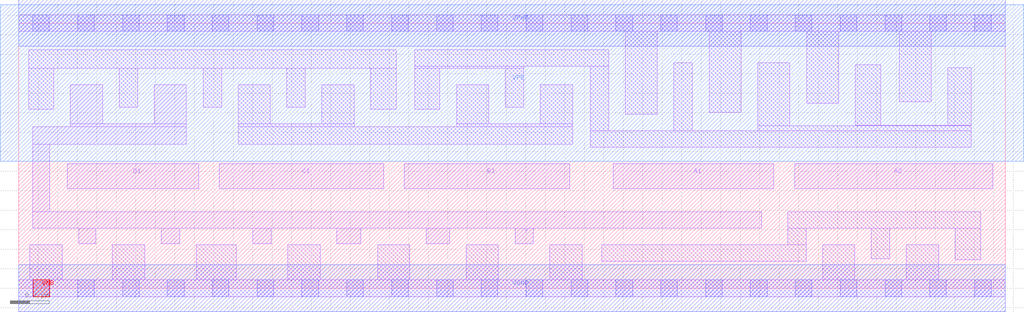
<source format=lef>
# Copyright 2020 The SkyWater PDK Authors
#
# Licensed under the Apache License, Version 2.0 (the "License");
# you may not use this file except in compliance with the License.
# You may obtain a copy of the License at
#
#     https://www.apache.org/licenses/LICENSE-2.0
#
# Unless required by applicable law or agreed to in writing, software
# distributed under the License is distributed on an "AS IS" BASIS,
# WITHOUT WARRANTIES OR CONDITIONS OF ANY KIND, either express or implied.
# See the License for the specific language governing permissions and
# limitations under the License.
#
# SPDX-License-Identifier: Apache-2.0

VERSION 5.7 ;
  NOWIREEXTENSIONATPIN ON ;
  DIVIDERCHAR "/" ;
  BUSBITCHARS "[]" ;
MACRO sky130_fd_sc_hd__a2111oi_4
  CLASS CORE ;
  FOREIGN sky130_fd_sc_hd__a2111oi_4 ;
  ORIGIN  0.000000  0.000000 ;
  SIZE  10.12000 BY  2.720000 ;
  SYMMETRY X Y R90 ;
  SITE unithd ;
  PIN A1
    ANTENNAGATEAREA  0.990000 ;
    DIRECTION INPUT ;
    USE SIGNAL ;
    PORT
      LAYER li1 ;
        RECT 6.095000 1.020000 7.745000 1.275000 ;
    END
  END A1
  PIN A2
    ANTENNAGATEAREA  0.990000 ;
    DIRECTION INPUT ;
    USE SIGNAL ;
    PORT
      LAYER li1 ;
        RECT 7.960000 1.020000 9.990000 1.275000 ;
    END
  END A2
  PIN B1
    ANTENNAGATEAREA  0.990000 ;
    DIRECTION INPUT ;
    USE SIGNAL ;
    PORT
      LAYER li1 ;
        RECT 3.955000 1.020000 5.650000 1.275000 ;
    END
  END B1
  PIN C1
    ANTENNAGATEAREA  0.990000 ;
    DIRECTION INPUT ;
    USE SIGNAL ;
    PORT
      LAYER li1 ;
        RECT 2.055000 1.020000 3.745000 1.275000 ;
    END
  END C1
  PIN D1
    ANTENNAGATEAREA  0.990000 ;
    DIRECTION INPUT ;
    USE SIGNAL ;
    PORT
      LAYER li1 ;
        RECT 0.495000 1.020000 1.845000 1.275000 ;
    END
  END D1
  PIN Y
    ANTENNADIFFAREA  2.009500 ;
    DIRECTION OUTPUT ;
    USE SIGNAL ;
    PORT
      LAYER li1 ;
        RECT 0.145000 0.615000 7.620000 0.785000 ;
        RECT 0.145000 0.785000 0.320000 1.475000 ;
        RECT 0.145000 1.475000 1.720000 1.655000 ;
        RECT 0.530000 1.655000 1.720000 1.685000 ;
        RECT 0.530000 1.685000 0.860000 2.085000 ;
        RECT 0.615000 0.455000 0.790000 0.615000 ;
        RECT 1.390000 1.685000 1.720000 2.085000 ;
        RECT 1.460000 0.455000 1.650000 0.615000 ;
        RECT 2.400000 0.455000 2.590000 0.615000 ;
        RECT 3.260000 0.455000 3.510000 0.615000 ;
        RECT 4.180000 0.455000 4.420000 0.615000 ;
        RECT 5.090000 0.455000 5.275000 0.615000 ;
    END
  END Y
  PIN VGND
    DIRECTION INOUT ;
    SHAPE ABUTMENT ;
    USE GROUND ;
    PORT
      LAYER met1 ;
        RECT 0.000000 -0.240000 10.120000 0.240000 ;
    END
  END VGND
  PIN VNB
    DIRECTION INOUT ;
    USE GROUND ;
    PORT
      LAYER pwell ;
        RECT 0.150000 -0.085000 0.320000 0.085000 ;
    END
  END VNB
  PIN VPB
    DIRECTION INOUT ;
    USE POWER ;
    PORT
      LAYER nwell ;
        RECT -0.190000 1.305000 10.310000 2.910000 ;
    END
  END VPB
  PIN VPWR
    DIRECTION INOUT ;
    SHAPE ABUTMENT ;
    USE POWER ;
    PORT
      LAYER met1 ;
        RECT 0.000000 2.480000 10.120000 2.960000 ;
    END
  END VPWR
  OBS
    LAYER li1 ;
      RECT 0.000000 -0.085000 10.120000 0.085000 ;
      RECT 0.000000  2.635000 10.120000 2.805000 ;
      RECT 0.100000  1.835000  0.360000 2.255000 ;
      RECT 0.100000  2.255000  3.870000 2.445000 ;
      RECT 0.115000  0.085000  0.445000 0.445000 ;
      RECT 0.960000  0.085000  1.290000 0.445000 ;
      RECT 1.030000  1.855000  1.220000 2.255000 ;
      RECT 1.820000  0.085000  2.230000 0.445000 ;
      RECT 1.890000  1.855000  2.080000 2.255000 ;
      RECT 2.250000  1.475000  5.680000 1.655000 ;
      RECT 2.250000  1.655000  3.440000 1.685000 ;
      RECT 2.250000  1.685000  2.580000 2.085000 ;
      RECT 2.750000  1.855000  2.940000 2.255000 ;
      RECT 2.760000  0.085000  3.090000 0.445000 ;
      RECT 3.110000  1.685000  3.440000 2.085000 ;
      RECT 3.610000  1.835000  3.870000 2.255000 ;
      RECT 3.680000  0.085000  4.010000 0.445000 ;
      RECT 4.060000  1.835000  4.320000 2.255000 ;
      RECT 4.060000  2.255000  5.180000 2.275000 ;
      RECT 4.060000  2.275000  6.050000 2.445000 ;
      RECT 4.490000  1.655000  5.680000 1.685000 ;
      RECT 4.490000  1.685000  4.820000 2.085000 ;
      RECT 4.590000  0.085000  4.920000 0.445000 ;
      RECT 4.990000  1.855000  5.180000 2.255000 ;
      RECT 5.350000  1.685000  5.680000 2.085000 ;
      RECT 5.445000  0.085000  5.780000 0.445000 ;
      RECT 5.860000  1.445000  9.770000 1.615000 ;
      RECT 5.860000  1.615000  6.050000 2.275000 ;
      RECT 5.980000  0.275000  8.075000 0.445000 ;
      RECT 6.220000  1.785000  6.550000 2.635000 ;
      RECT 6.720000  1.615000  6.910000 2.315000 ;
      RECT 7.080000  1.805000  7.410000 2.635000 ;
      RECT 7.580000  1.615000  9.770000 1.665000 ;
      RECT 7.580000  1.665000  7.910000 2.315000 ;
      RECT 7.885000  0.445000  8.075000 0.615000 ;
      RECT 7.885000  0.615000  9.865000 0.785000 ;
      RECT 8.080000  1.895000  8.410000 2.635000 ;
      RECT 8.245000  0.085000  8.575000 0.445000 ;
      RECT 8.580000  1.665000  9.770000 1.670000 ;
      RECT 8.580000  1.670000  8.840000 2.290000 ;
      RECT 8.745000  0.300000  8.935000 0.615000 ;
      RECT 9.030000  1.915000  9.360000 2.635000 ;
      RECT 9.105000  0.085000  9.435000 0.445000 ;
      RECT 9.530000  1.670000  9.770000 2.260000 ;
      RECT 9.605000  0.290000  9.865000 0.615000 ;
    LAYER mcon ;
      RECT 0.145000 -0.085000 0.315000 0.085000 ;
      RECT 0.145000  2.635000 0.315000 2.805000 ;
      RECT 0.605000 -0.085000 0.775000 0.085000 ;
      RECT 0.605000  2.635000 0.775000 2.805000 ;
      RECT 1.065000 -0.085000 1.235000 0.085000 ;
      RECT 1.065000  2.635000 1.235000 2.805000 ;
      RECT 1.525000 -0.085000 1.695000 0.085000 ;
      RECT 1.525000  2.635000 1.695000 2.805000 ;
      RECT 1.985000 -0.085000 2.155000 0.085000 ;
      RECT 1.985000  2.635000 2.155000 2.805000 ;
      RECT 2.445000 -0.085000 2.615000 0.085000 ;
      RECT 2.445000  2.635000 2.615000 2.805000 ;
      RECT 2.905000 -0.085000 3.075000 0.085000 ;
      RECT 2.905000  2.635000 3.075000 2.805000 ;
      RECT 3.365000 -0.085000 3.535000 0.085000 ;
      RECT 3.365000  2.635000 3.535000 2.805000 ;
      RECT 3.825000 -0.085000 3.995000 0.085000 ;
      RECT 3.825000  2.635000 3.995000 2.805000 ;
      RECT 4.285000 -0.085000 4.455000 0.085000 ;
      RECT 4.285000  2.635000 4.455000 2.805000 ;
      RECT 4.745000 -0.085000 4.915000 0.085000 ;
      RECT 4.745000  2.635000 4.915000 2.805000 ;
      RECT 5.205000 -0.085000 5.375000 0.085000 ;
      RECT 5.205000  2.635000 5.375000 2.805000 ;
      RECT 5.665000 -0.085000 5.835000 0.085000 ;
      RECT 5.665000  2.635000 5.835000 2.805000 ;
      RECT 6.125000 -0.085000 6.295000 0.085000 ;
      RECT 6.125000  2.635000 6.295000 2.805000 ;
      RECT 6.585000 -0.085000 6.755000 0.085000 ;
      RECT 6.585000  2.635000 6.755000 2.805000 ;
      RECT 7.045000 -0.085000 7.215000 0.085000 ;
      RECT 7.045000  2.635000 7.215000 2.805000 ;
      RECT 7.505000 -0.085000 7.675000 0.085000 ;
      RECT 7.505000  2.635000 7.675000 2.805000 ;
      RECT 7.965000 -0.085000 8.135000 0.085000 ;
      RECT 7.965000  2.635000 8.135000 2.805000 ;
      RECT 8.425000 -0.085000 8.595000 0.085000 ;
      RECT 8.425000  2.635000 8.595000 2.805000 ;
      RECT 8.885000 -0.085000 9.055000 0.085000 ;
      RECT 8.885000  2.635000 9.055000 2.805000 ;
      RECT 9.345000 -0.085000 9.515000 0.085000 ;
      RECT 9.345000  2.635000 9.515000 2.805000 ;
      RECT 9.805000 -0.085000 9.975000 0.085000 ;
      RECT 9.805000  2.635000 9.975000 2.805000 ;
  END
END sky130_fd_sc_hd__a2111oi_4
END LIBRARY

</source>
